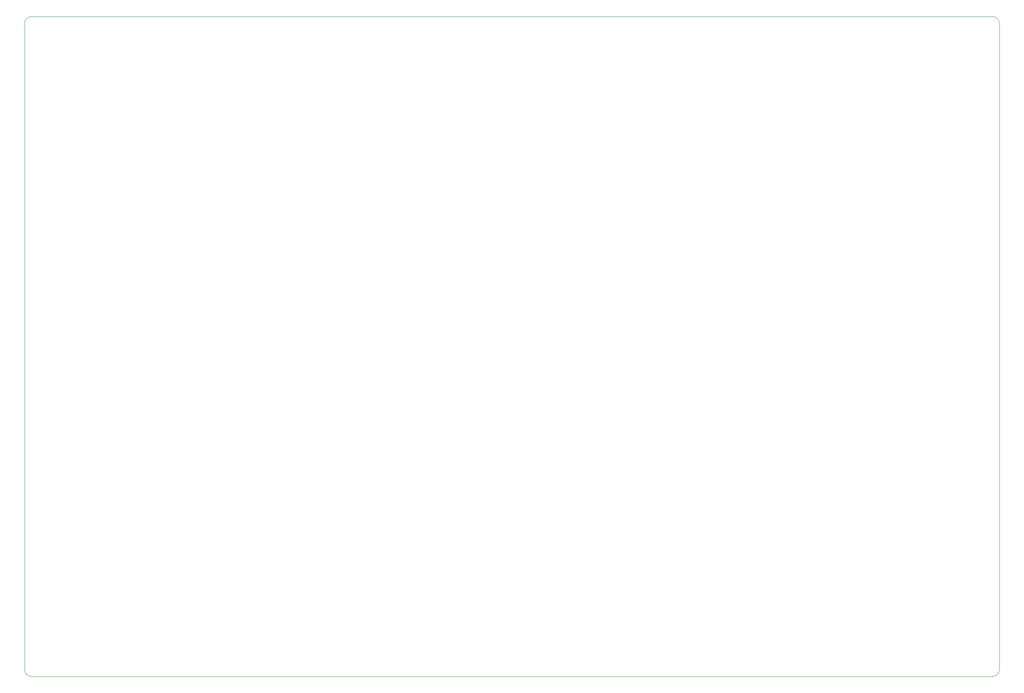
<source format=gbr>
%TF.GenerationSoftware,KiCad,Pcbnew,9.0.2+dfsg-1*%
%TF.CreationDate,2026-01-28T21:05:19+01:00*%
%TF.ProjectId,DEDBUG,44454442-5547-42e6-9b69-6361645f7063,0.3*%
%TF.SameCoordinates,Original*%
%TF.FileFunction,Profile,NP*%
%FSLAX46Y46*%
G04 Gerber Fmt 4.6, Leading zero omitted, Abs format (unit mm)*
G04 Created by KiCad (PCBNEW 9.0.2+dfsg-1) date 2026-01-28 21:05:19*
%MOMM*%
%LPD*%
G01*
G04 APERTURE LIST*
%TA.AperFunction,Profile*%
%ADD10C,0.010000*%
%TD*%
G04 APERTURE END LIST*
D10*
X108652580Y-219487832D02*
X108652580Y-77135997D01*
X110249934Y-221085187D02*
G75*
G02*
X108652613Y-219487832I1866J1599187D01*
G01*
X321915902Y-221085187D02*
X110249934Y-221085187D01*
X323513272Y-219487832D02*
G75*
G02*
X321915902Y-221085172I-1599172J1832D01*
G01*
X323513272Y-77135997D02*
X323513272Y-219487833D01*
X321933587Y-75538697D02*
G75*
G02*
X323513222Y-77135997I-19587J-1599103D01*
G01*
X110249934Y-75538639D02*
X321933587Y-75538697D01*
X108652580Y-77135997D02*
G75*
G02*
X110249934Y-75538580I1599220J-1803D01*
G01*
M02*

</source>
